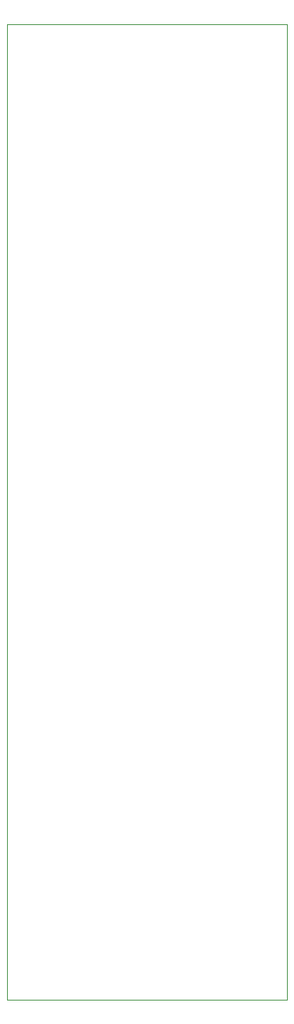
<source format=gbr>
%TF.GenerationSoftware,KiCad,Pcbnew,5.1.9+dfsg1-1*%
%TF.CreationDate,2021-03-03T14:05:15+01:00*%
%TF.ProjectId,rootcore,726f6f74-636f-4726-952e-6b696361645f,rev?*%
%TF.SameCoordinates,Original*%
%TF.FileFunction,Profile,NP*%
%FSLAX46Y46*%
G04 Gerber Fmt 4.6, Leading zero omitted, Abs format (unit mm)*
G04 Created by KiCad (PCBNEW 5.1.9+dfsg1-1) date 2021-03-03 14:05:15*
%MOMM*%
%LPD*%
G01*
G04 APERTURE LIST*
%TA.AperFunction,Profile*%
%ADD10C,0.050000*%
%TD*%
G04 APERTURE END LIST*
D10*
X50500000Y-132150000D02*
X20250000Y-132150000D01*
X50500000Y-26650000D02*
X50500000Y-132150000D01*
X20250000Y-26650000D02*
X50500000Y-26650000D01*
X20250000Y-132150000D02*
X20250000Y-26650000D01*
M02*

</source>
